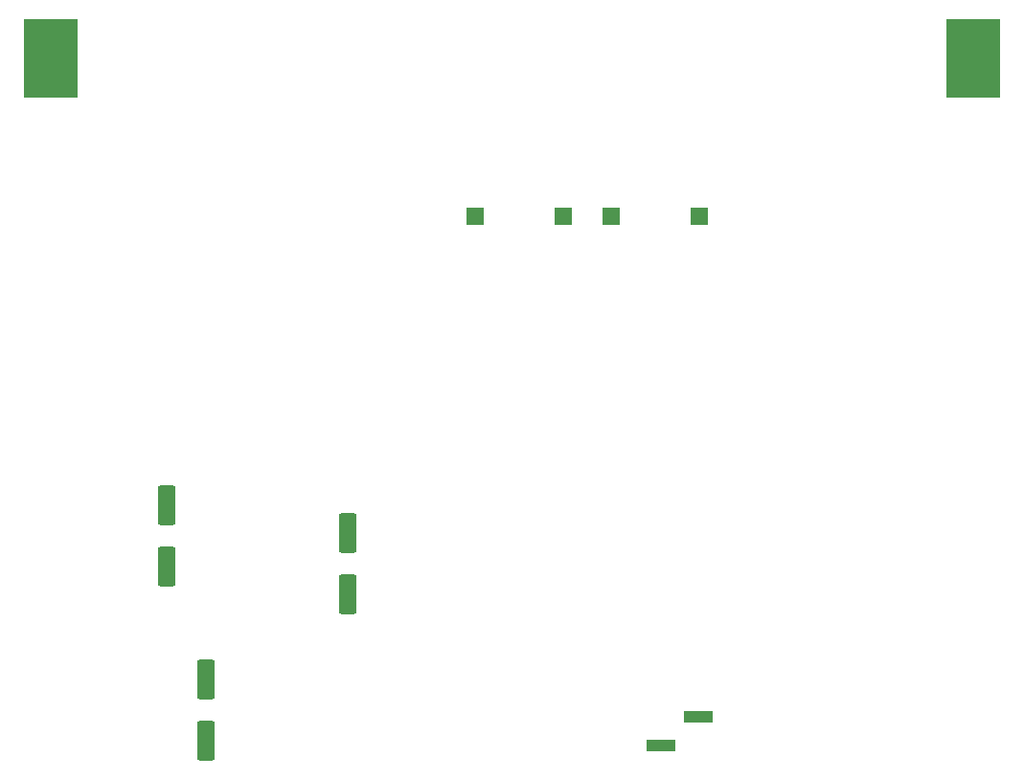
<source format=gbp>
%TF.GenerationSoftware,KiCad,Pcbnew,(6.0.4)*%
%TF.CreationDate,2022-05-20T17:10:54-05:00*%
%TF.ProjectId,Easyrun,45617379-7275-46e2-9e6b-696361645f70,rev?*%
%TF.SameCoordinates,Original*%
%TF.FileFunction,Paste,Bot*%
%TF.FilePolarity,Positive*%
%FSLAX46Y46*%
G04 Gerber Fmt 4.6, Leading zero omitted, Abs format (unit mm)*
G04 Created by KiCad (PCBNEW (6.0.4)) date 2022-05-20 17:10:54*
%MOMM*%
%LPD*%
G01*
G04 APERTURE LIST*
G04 Aperture macros list*
%AMRoundRect*
0 Rectangle with rounded corners*
0 $1 Rounding radius*
0 $2 $3 $4 $5 $6 $7 $8 $9 X,Y pos of 4 corners*
0 Add a 4 corners polygon primitive as box body*
4,1,4,$2,$3,$4,$5,$6,$7,$8,$9,$2,$3,0*
0 Add four circle primitives for the rounded corners*
1,1,$1+$1,$2,$3*
1,1,$1+$1,$4,$5*
1,1,$1+$1,$6,$7*
1,1,$1+$1,$8,$9*
0 Add four rect primitives between the rounded corners*
20,1,$1+$1,$2,$3,$4,$5,0*
20,1,$1+$1,$4,$5,$6,$7,0*
20,1,$1+$1,$6,$7,$8,$9,0*
20,1,$1+$1,$8,$9,$2,$3,0*%
G04 Aperture macros list end*
%ADD10R,4.700000X7.000000*%
%ADD11RoundRect,0.250000X0.550000X-1.500000X0.550000X1.500000X-0.550000X1.500000X-0.550000X-1.500000X0*%
%ADD12RoundRect,0.250000X-0.550000X1.500000X-0.550000X-1.500000X0.550000X-1.500000X0.550000X1.500000X0*%
%ADD13R,1.500000X1.500000*%
%ADD14R,2.510000X1.000000*%
G04 APERTURE END LIST*
D10*
%TO.C,BT1*%
X192941800Y-76911200D03*
X111451800Y-76897200D03*
%TD*%
D11*
%TO.C,CB5*%
X137678000Y-124309800D03*
X137678000Y-118909800D03*
%TD*%
D12*
%TO.C,C_b1*%
X125130400Y-131863800D03*
X125130400Y-137263800D03*
%TD*%
D13*
%TO.C,BRst1*%
X156767200Y-90875800D03*
X148967200Y-90875800D03*
%TD*%
%TO.C,BProg1*%
X160956000Y-90875800D03*
X168756000Y-90875800D03*
%TD*%
D14*
%TO.C,SWRec1*%
X168691000Y-135138000D03*
X165381000Y-137678000D03*
%TD*%
D11*
%TO.C,CB3*%
X121676000Y-121820600D03*
X121676000Y-116420600D03*
%TD*%
M02*

</source>
